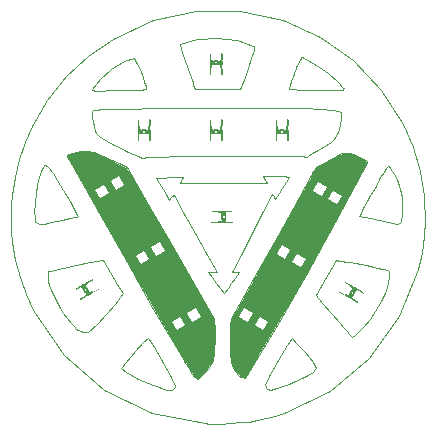
<source format=gbr>
G04 #@! TF.FileFunction,Legend,Top*
%FSLAX46Y46*%
G04 Gerber Fmt 4.6, Leading zero omitted, Abs format (unit mm)*
G04 Created by KiCad (PCBNEW (2016-05-06 BZR 6776)-stable) date sáb 02 jul 2016 17:41:08 CEST*
%MOMM*%
%LPD*%
G01*
G04 APERTURE LIST*
%ADD10C,0.100000*%
%ADD11C,0.150000*%
%ADD12C,0.254000*%
%ADD13R,0.848360X0.848360*%
G04 APERTURE END LIST*
D10*
D11*
X150309580Y-94546420D02*
X150309580Y-95445580D01*
X150309580Y-95445580D02*
X150708360Y-95445580D01*
X150708360Y-94546420D02*
X150708360Y-95445580D01*
X150309580Y-94546420D02*
X150708360Y-94546420D01*
X149011640Y-94546420D02*
X149011640Y-95445580D01*
X149011640Y-95445580D02*
X149410420Y-95445580D01*
X149410420Y-94546420D02*
X149410420Y-95445580D01*
X149011640Y-94546420D02*
X149410420Y-94546420D01*
X149860000Y-94546420D02*
X149860000Y-94696280D01*
X149860000Y-94696280D02*
X150159720Y-94696280D01*
X150159720Y-94546420D02*
X150159720Y-94696280D01*
X149860000Y-94546420D02*
X150159720Y-94546420D01*
X149860000Y-95295720D02*
X149860000Y-95445580D01*
X149860000Y-95445580D02*
X150159720Y-95445580D01*
X150159720Y-95295720D02*
X150159720Y-95445580D01*
X149860000Y-95295720D02*
X150159720Y-95295720D01*
X149860000Y-94846140D02*
X149860000Y-95145860D01*
X149860000Y-95145860D02*
X150159720Y-95145860D01*
X150159720Y-94846140D02*
X150159720Y-95145860D01*
X149860000Y-94846140D02*
X150159720Y-94846140D01*
X150309580Y-94597220D02*
X149410420Y-94597220D01*
X150309580Y-95394780D02*
X149410420Y-95394780D01*
X138252742Y-101706138D02*
X137803162Y-100927442D01*
X137803162Y-100927442D02*
X137457809Y-101126832D01*
X137907389Y-101905528D02*
X137457809Y-101126832D01*
X138252742Y-101706138D02*
X137907389Y-101905528D01*
X139376791Y-101057168D02*
X138927211Y-100278472D01*
X138927211Y-100278472D02*
X138581858Y-100477862D01*
X139031438Y-101256558D02*
X138581858Y-100477862D01*
X139376791Y-101057168D02*
X139031438Y-101256558D01*
X138642090Y-101481348D02*
X138567160Y-101351565D01*
X138567160Y-101351565D02*
X138307595Y-101501425D01*
X138382525Y-101631208D02*
X138307595Y-101501425D01*
X138642090Y-101481348D02*
X138382525Y-101631208D01*
X138267440Y-100832435D02*
X138192510Y-100702652D01*
X138192510Y-100702652D02*
X137932945Y-100852512D01*
X138007875Y-100982295D02*
X137932945Y-100852512D01*
X138267440Y-100832435D02*
X138007875Y-100982295D01*
X138492230Y-101221783D02*
X138342370Y-100962217D01*
X138342370Y-100962217D02*
X138082805Y-101112077D01*
X138232665Y-101371643D02*
X138082805Y-101112077D01*
X138492230Y-101221783D02*
X138232665Y-101371643D01*
X138227342Y-101662144D02*
X139006038Y-101212564D01*
X137828562Y-100971436D02*
X138607258Y-100521856D01*
X148902420Y-81592420D02*
X149801580Y-81592420D01*
X149801580Y-81592420D02*
X149801580Y-81193640D01*
X148902420Y-81193640D02*
X149801580Y-81193640D01*
X148902420Y-81592420D02*
X148902420Y-81193640D01*
X148902420Y-82890360D02*
X149801580Y-82890360D01*
X149801580Y-82890360D02*
X149801580Y-82491580D01*
X148902420Y-82491580D02*
X149801580Y-82491580D01*
X148902420Y-82890360D02*
X148902420Y-82491580D01*
X148902420Y-82042000D02*
X149052280Y-82042000D01*
X149052280Y-82042000D02*
X149052280Y-81742280D01*
X148902420Y-81742280D02*
X149052280Y-81742280D01*
X148902420Y-82042000D02*
X148902420Y-81742280D01*
X149651720Y-82042000D02*
X149801580Y-82042000D01*
X149801580Y-82042000D02*
X149801580Y-81742280D01*
X149651720Y-81742280D02*
X149801580Y-81742280D01*
X149651720Y-82042000D02*
X149651720Y-81742280D01*
X149202140Y-82042000D02*
X149501860Y-82042000D01*
X149501860Y-82042000D02*
X149501860Y-81742280D01*
X149202140Y-81742280D02*
X149501860Y-81742280D01*
X149202140Y-82042000D02*
X149202140Y-81742280D01*
X148953220Y-81592420D02*
X148953220Y-82491580D01*
X149750780Y-81592420D02*
X149750780Y-82491580D01*
X161396138Y-101181442D02*
X160946558Y-101960138D01*
X160946558Y-101960138D02*
X161291911Y-102159528D01*
X161741491Y-101380832D02*
X161291911Y-102159528D01*
X161396138Y-101181442D02*
X161741491Y-101380832D01*
X160272089Y-100532472D02*
X159822509Y-101311168D01*
X159822509Y-101311168D02*
X160167862Y-101510558D01*
X160617442Y-100731862D02*
X160167862Y-101510558D01*
X160272089Y-100532472D02*
X160617442Y-100731862D01*
X161006790Y-100956652D02*
X160931860Y-101086435D01*
X160931860Y-101086435D02*
X161191425Y-101236295D01*
X161266355Y-101106512D02*
X161191425Y-101236295D01*
X161006790Y-100956652D02*
X161266355Y-101106512D01*
X160632140Y-101605565D02*
X160557210Y-101735348D01*
X160557210Y-101735348D02*
X160816775Y-101885208D01*
X160891705Y-101755425D02*
X160816775Y-101885208D01*
X160632140Y-101605565D02*
X160891705Y-101755425D01*
X160856930Y-101216217D02*
X160707070Y-101475783D01*
X160707070Y-101475783D02*
X160966635Y-101625643D01*
X161116495Y-101366077D02*
X160966635Y-101625643D01*
X160856930Y-101216217D02*
X161116495Y-101366077D01*
X161370738Y-101225436D02*
X160592042Y-100775856D01*
X160971958Y-101916144D02*
X160193262Y-101466564D01*
X140513471Y-91841862D02*
X140963051Y-92620558D01*
X140963051Y-92620558D02*
X141308404Y-92421168D01*
X140858824Y-91642472D02*
X141308404Y-92421168D01*
X140513471Y-91841862D02*
X140858824Y-91642472D01*
X139389422Y-92490832D02*
X139839002Y-93269528D01*
X139839002Y-93269528D02*
X140184355Y-93070138D01*
X139734775Y-92291442D02*
X140184355Y-93070138D01*
X139389422Y-92490832D02*
X139734775Y-92291442D01*
X140124123Y-92066652D02*
X140199053Y-92196435D01*
X140199053Y-92196435D02*
X140458618Y-92046575D01*
X140383688Y-91916792D02*
X140458618Y-92046575D01*
X140124123Y-92066652D02*
X140383688Y-91916792D01*
X140498773Y-92715565D02*
X140573703Y-92845348D01*
X140573703Y-92845348D02*
X140833268Y-92695488D01*
X140758338Y-92565705D02*
X140833268Y-92695488D01*
X140498773Y-92715565D02*
X140758338Y-92565705D01*
X140273983Y-92326217D02*
X140423843Y-92585783D01*
X140423843Y-92585783D02*
X140683408Y-92435923D01*
X140533548Y-92176357D02*
X140683408Y-92435923D01*
X140273983Y-92326217D02*
X140533548Y-92176357D01*
X140538871Y-91885856D02*
X139760175Y-92335436D01*
X140937651Y-92576564D02*
X140158955Y-93026144D01*
X143928558Y-97429862D02*
X144378138Y-98208558D01*
X144378138Y-98208558D02*
X144723491Y-98009168D01*
X144273911Y-97230472D02*
X144723491Y-98009168D01*
X143928558Y-97429862D02*
X144273911Y-97230472D01*
X142804509Y-98078832D02*
X143254089Y-98857528D01*
X143254089Y-98857528D02*
X143599442Y-98658138D01*
X143149862Y-97879442D02*
X143599442Y-98658138D01*
X142804509Y-98078832D02*
X143149862Y-97879442D01*
X143539210Y-97654652D02*
X143614140Y-97784435D01*
X143614140Y-97784435D02*
X143873705Y-97634575D01*
X143798775Y-97504792D02*
X143873705Y-97634575D01*
X143539210Y-97654652D02*
X143798775Y-97504792D01*
X143913860Y-98303565D02*
X143988790Y-98433348D01*
X143988790Y-98433348D02*
X144248355Y-98283488D01*
X144173425Y-98153705D02*
X144248355Y-98283488D01*
X143913860Y-98303565D02*
X144173425Y-98153705D01*
X143689070Y-97914217D02*
X143838930Y-98173783D01*
X143838930Y-98173783D02*
X144098495Y-98023923D01*
X143948635Y-97764357D02*
X144098495Y-98023923D01*
X143689070Y-97914217D02*
X143948635Y-97764357D01*
X143953958Y-97473856D02*
X143175262Y-97923436D01*
X144352738Y-98164564D02*
X143574042Y-98614144D01*
X146976558Y-103017862D02*
X147426138Y-103796558D01*
X147426138Y-103796558D02*
X147771491Y-103597168D01*
X147321911Y-102818472D02*
X147771491Y-103597168D01*
X146976558Y-103017862D02*
X147321911Y-102818472D01*
X145852509Y-103666832D02*
X146302089Y-104445528D01*
X146302089Y-104445528D02*
X146647442Y-104246138D01*
X146197862Y-103467442D02*
X146647442Y-104246138D01*
X145852509Y-103666832D02*
X146197862Y-103467442D01*
X146587210Y-103242652D02*
X146662140Y-103372435D01*
X146662140Y-103372435D02*
X146921705Y-103222575D01*
X146846775Y-103092792D02*
X146921705Y-103222575D01*
X146587210Y-103242652D02*
X146846775Y-103092792D01*
X146961860Y-103891565D02*
X147036790Y-104021348D01*
X147036790Y-104021348D02*
X147296355Y-103871488D01*
X147221425Y-103741705D02*
X147296355Y-103871488D01*
X146961860Y-103891565D02*
X147221425Y-103741705D01*
X146737070Y-103502217D02*
X146886930Y-103761783D01*
X146886930Y-103761783D02*
X147146495Y-103611923D01*
X146996635Y-103352357D02*
X147146495Y-103611923D01*
X146737070Y-103502217D02*
X146996635Y-103352357D01*
X147001958Y-103061856D02*
X146223262Y-103511436D01*
X147400738Y-103752564D02*
X146622042Y-104202144D01*
X151926775Y-103796558D02*
X152376355Y-103017862D01*
X152376355Y-103017862D02*
X152031002Y-102818472D01*
X151581422Y-103597168D02*
X152031002Y-102818472D01*
X151926775Y-103796558D02*
X151581422Y-103597168D01*
X153050824Y-104445528D02*
X153500404Y-103666832D01*
X153500404Y-103666832D02*
X153155051Y-103467442D01*
X152705471Y-104246138D02*
X153155051Y-103467442D01*
X153050824Y-104445528D02*
X152705471Y-104246138D01*
X152316123Y-104021348D02*
X152391053Y-103891565D01*
X152391053Y-103891565D02*
X152131488Y-103741705D01*
X152056558Y-103871488D02*
X152131488Y-103741705D01*
X152316123Y-104021348D02*
X152056558Y-103871488D01*
X152690773Y-103372435D02*
X152765703Y-103242652D01*
X152765703Y-103242652D02*
X152506138Y-103092792D01*
X152431208Y-103222575D02*
X152506138Y-103092792D01*
X152690773Y-103372435D02*
X152431208Y-103222575D01*
X152465983Y-103761783D02*
X152615843Y-103502217D01*
X152615843Y-103502217D02*
X152356278Y-103352357D01*
X152206418Y-103611923D02*
X152356278Y-103352357D01*
X152465983Y-103761783D02*
X152206418Y-103611923D01*
X151952175Y-103752564D02*
X152730871Y-104202144D01*
X152350955Y-103061856D02*
X153129651Y-103511436D01*
X155087862Y-98462558D02*
X155537442Y-97683862D01*
X155537442Y-97683862D02*
X155192089Y-97484472D01*
X154742509Y-98263168D02*
X155192089Y-97484472D01*
X155087862Y-98462558D02*
X154742509Y-98263168D01*
X156211911Y-99111528D02*
X156661491Y-98332832D01*
X156661491Y-98332832D02*
X156316138Y-98133442D01*
X155866558Y-98912138D02*
X156316138Y-98133442D01*
X156211911Y-99111528D02*
X155866558Y-98912138D01*
X155477210Y-98687348D02*
X155552140Y-98557565D01*
X155552140Y-98557565D02*
X155292575Y-98407705D01*
X155217645Y-98537488D02*
X155292575Y-98407705D01*
X155477210Y-98687348D02*
X155217645Y-98537488D01*
X155851860Y-98038435D02*
X155926790Y-97908652D01*
X155926790Y-97908652D02*
X155667225Y-97758792D01*
X155592295Y-97888575D02*
X155667225Y-97758792D01*
X155851860Y-98038435D02*
X155592295Y-97888575D01*
X155627070Y-98427783D02*
X155776930Y-98168217D01*
X155776930Y-98168217D02*
X155517365Y-98018357D01*
X155367505Y-98277923D02*
X155517365Y-98018357D01*
X155627070Y-98427783D02*
X155367505Y-98277923D01*
X155113262Y-98418564D02*
X155891958Y-98868144D01*
X155512042Y-97727856D02*
X156290738Y-98177436D01*
X158148562Y-93128558D02*
X158598142Y-92349862D01*
X158598142Y-92349862D02*
X158252789Y-92150472D01*
X157803209Y-92929168D02*
X158252789Y-92150472D01*
X158148562Y-93128558D02*
X157803209Y-92929168D01*
X159272611Y-93777528D02*
X159722191Y-92998832D01*
X159722191Y-92998832D02*
X159376838Y-92799442D01*
X158927258Y-93578138D02*
X159376838Y-92799442D01*
X159272611Y-93777528D02*
X158927258Y-93578138D01*
X158537910Y-93353348D02*
X158612840Y-93223565D01*
X158612840Y-93223565D02*
X158353275Y-93073705D01*
X158278345Y-93203488D02*
X158353275Y-93073705D01*
X158537910Y-93353348D02*
X158278345Y-93203488D01*
X158912560Y-92704435D02*
X158987490Y-92574652D01*
X158987490Y-92574652D02*
X158727925Y-92424792D01*
X158652995Y-92554575D02*
X158727925Y-92424792D01*
X158912560Y-92704435D02*
X158652995Y-92554575D01*
X158687770Y-93093783D02*
X158837630Y-92834217D01*
X158837630Y-92834217D02*
X158578065Y-92684357D01*
X158428205Y-92943923D02*
X158578065Y-92684357D01*
X158687770Y-93093783D02*
X158428205Y-92943923D01*
X158173962Y-93084564D02*
X158952658Y-93534144D01*
X158572742Y-92393856D02*
X159351438Y-92843436D01*
X155389580Y-88079580D02*
X154490420Y-88079580D01*
X154490420Y-88079580D02*
X154490420Y-88478360D01*
X155389580Y-88478360D02*
X154490420Y-88478360D01*
X155389580Y-88079580D02*
X155389580Y-88478360D01*
X155389580Y-86781640D02*
X154490420Y-86781640D01*
X154490420Y-86781640D02*
X154490420Y-87180420D01*
X155389580Y-87180420D02*
X154490420Y-87180420D01*
X155389580Y-86781640D02*
X155389580Y-87180420D01*
X155389580Y-87630000D02*
X155239720Y-87630000D01*
X155239720Y-87630000D02*
X155239720Y-87929720D01*
X155389580Y-87929720D02*
X155239720Y-87929720D01*
X155389580Y-87630000D02*
X155389580Y-87929720D01*
X154640280Y-87630000D02*
X154490420Y-87630000D01*
X154490420Y-87630000D02*
X154490420Y-87929720D01*
X154640280Y-87929720D02*
X154490420Y-87929720D01*
X154640280Y-87630000D02*
X154640280Y-87929720D01*
X155089860Y-87630000D02*
X154790140Y-87630000D01*
X154790140Y-87630000D02*
X154790140Y-87929720D01*
X155089860Y-87929720D02*
X154790140Y-87929720D01*
X155089860Y-87630000D02*
X155089860Y-87929720D01*
X155338780Y-88079580D02*
X155338780Y-87180420D01*
X154541220Y-88079580D02*
X154541220Y-87180420D01*
X149801580Y-88079580D02*
X148902420Y-88079580D01*
X148902420Y-88079580D02*
X148902420Y-88478360D01*
X149801580Y-88478360D02*
X148902420Y-88478360D01*
X149801580Y-88079580D02*
X149801580Y-88478360D01*
X149801580Y-86781640D02*
X148902420Y-86781640D01*
X148902420Y-86781640D02*
X148902420Y-87180420D01*
X149801580Y-87180420D02*
X148902420Y-87180420D01*
X149801580Y-86781640D02*
X149801580Y-87180420D01*
X149801580Y-87630000D02*
X149651720Y-87630000D01*
X149651720Y-87630000D02*
X149651720Y-87929720D01*
X149801580Y-87929720D02*
X149651720Y-87929720D01*
X149801580Y-87630000D02*
X149801580Y-87929720D01*
X149052280Y-87630000D02*
X148902420Y-87630000D01*
X148902420Y-87630000D02*
X148902420Y-87929720D01*
X149052280Y-87929720D02*
X148902420Y-87929720D01*
X149052280Y-87630000D02*
X149052280Y-87929720D01*
X149501860Y-87630000D02*
X149202140Y-87630000D01*
X149202140Y-87630000D02*
X149202140Y-87929720D01*
X149501860Y-87929720D02*
X149202140Y-87929720D01*
X149501860Y-87630000D02*
X149501860Y-87929720D01*
X149750780Y-88079580D02*
X149750780Y-87180420D01*
X148953220Y-88079580D02*
X148953220Y-87180420D01*
X143705580Y-88079580D02*
X142806420Y-88079580D01*
X142806420Y-88079580D02*
X142806420Y-88478360D01*
X143705580Y-88478360D02*
X142806420Y-88478360D01*
X143705580Y-88079580D02*
X143705580Y-88478360D01*
X143705580Y-86781640D02*
X142806420Y-86781640D01*
X142806420Y-86781640D02*
X142806420Y-87180420D01*
X143705580Y-87180420D02*
X142806420Y-87180420D01*
X143705580Y-86781640D02*
X143705580Y-87180420D01*
X143705580Y-87630000D02*
X143555720Y-87630000D01*
X143555720Y-87630000D02*
X143555720Y-87929720D01*
X143705580Y-87929720D02*
X143555720Y-87929720D01*
X143705580Y-87630000D02*
X143705580Y-87929720D01*
X142956280Y-87630000D02*
X142806420Y-87630000D01*
X142806420Y-87630000D02*
X142806420Y-87929720D01*
X142956280Y-87929720D02*
X142806420Y-87929720D01*
X142956280Y-87630000D02*
X142956280Y-87929720D01*
X143405860Y-87630000D02*
X143106140Y-87630000D01*
X143106140Y-87630000D02*
X143106140Y-87929720D01*
X143405860Y-87929720D02*
X143106140Y-87929720D01*
X143405860Y-87630000D02*
X143405860Y-87929720D01*
X143654780Y-88079580D02*
X143654780Y-87180420D01*
X142857220Y-88079580D02*
X142857220Y-87180420D01*
D10*
X158200000Y-100850000D02*
X157777797Y-101602656D01*
X157777797Y-101602656D02*
X157956377Y-101819680D01*
X157956377Y-101819680D02*
X158423775Y-102379624D01*
X158423775Y-102379624D02*
X159077464Y-103145824D01*
X159077464Y-103145824D02*
X159814928Y-103981608D01*
X155772576Y-94370936D02*
X154131521Y-97288424D01*
X154131521Y-97288424D02*
X152490467Y-100205920D01*
X152490467Y-100205920D02*
X150849412Y-103123416D01*
X150849412Y-103123416D02*
X150631955Y-103599568D01*
X155826664Y-84174489D02*
X156562123Y-84209945D01*
X156562123Y-84209945D02*
X157596408Y-84239713D01*
X157596408Y-84239713D02*
X158791711Y-84258729D01*
X158791711Y-84258729D02*
X159451331Y-84263529D01*
X159451331Y-84263529D02*
X159814348Y-84259929D01*
X159814348Y-84259929D02*
X159982630Y-84245521D01*
X159982630Y-84245521D02*
X160058038Y-84217833D01*
X160058038Y-84217833D02*
X160106166Y-84182137D01*
X164956621Y-95421118D02*
X164956616Y-95421118D01*
X164956616Y-95421118D02*
X164956608Y-95421118D01*
X164956608Y-95421118D02*
X164956668Y-95421344D01*
X164956668Y-95421344D02*
X164956668Y-95421344D01*
X147351964Y-108345802D02*
X147403604Y-108433930D01*
X147403604Y-108433930D02*
X147518554Y-108560434D01*
X147518554Y-108560434D02*
X147622476Y-108645634D01*
X147622476Y-108645634D02*
X147713917Y-108687714D01*
X147713917Y-108687714D02*
X147791444Y-108685024D01*
X134065561Y-92941984D02*
X133992450Y-93762179D01*
X133992450Y-93762179D02*
X133964470Y-94553499D01*
X133964470Y-94553499D02*
X133969038Y-94957939D01*
X133969038Y-94957939D02*
X133981240Y-95216011D01*
X133981240Y-95216011D02*
X134000245Y-95363635D01*
X134000245Y-95363635D02*
X134025221Y-95436755D01*
X134025221Y-95436755D02*
X134396446Y-95550347D01*
X154587332Y-107111128D02*
X153850720Y-108448920D01*
X153850720Y-108448920D02*
X153520764Y-109171848D01*
X153520764Y-109171848D02*
X153544172Y-109294336D01*
X165061508Y-94914544D02*
X165084364Y-94649336D01*
X165084364Y-94649336D02*
X165101036Y-94345008D01*
X165101036Y-94345008D02*
X165103276Y-94182880D01*
X165103276Y-94182880D02*
X165097756Y-94075240D01*
X165097756Y-94075240D02*
X165091116Y-93934416D01*
X165091116Y-93934416D02*
X165083676Y-93754152D01*
X165083676Y-93754152D02*
X165072292Y-93581832D01*
X145093167Y-93051556D02*
X145375011Y-93517164D01*
X145375011Y-93517164D02*
X145465762Y-93410285D01*
X145465762Y-93410285D02*
X145556512Y-93303406D01*
X145556512Y-93303406D02*
X145647264Y-93196531D01*
X145647264Y-93196531D02*
X145738015Y-93089654D01*
X145738015Y-93089654D02*
X146667108Y-94724148D01*
X148747222Y-112479166D02*
X148430944Y-112460344D01*
X148430944Y-112460344D02*
X148430944Y-112460344D01*
X145774316Y-109478840D02*
X145824372Y-109413400D01*
X134396446Y-95550347D02*
X134788452Y-95537147D01*
X134788452Y-95537147D02*
X135138164Y-95466187D01*
X135138164Y-95466187D02*
X135382505Y-95406464D01*
X135382505Y-95406464D02*
X135382505Y-95406464D01*
X166606606Y-91116910D02*
X166937891Y-93233761D01*
X166937891Y-93233761D02*
X167011907Y-95405982D01*
X167011907Y-95405982D02*
X166961907Y-96467214D01*
X166961907Y-96467214D02*
X166863154Y-97429126D01*
X166863154Y-97429126D02*
X166705641Y-98365822D01*
X166705641Y-98365822D02*
X166479367Y-99351398D01*
X146661708Y-107203610D02*
X146746562Y-107342922D01*
X146746562Y-107342922D02*
X146846540Y-107506938D01*
X146846540Y-107506938D02*
X146950260Y-107676986D01*
X146950260Y-107676986D02*
X147011956Y-107778098D01*
X147011956Y-107778098D02*
X147073652Y-107879210D01*
X162142164Y-93611046D02*
X161889630Y-94084878D01*
X161889630Y-94084878D02*
X161730324Y-94391726D01*
X161730324Y-94391726D02*
X161599867Y-94653118D01*
X161599867Y-94653118D02*
X161511716Y-94841382D01*
X161511716Y-94841382D02*
X161479340Y-94928814D01*
X161479340Y-94928814D02*
X162345159Y-95110982D01*
X162345159Y-95110982D02*
X163158119Y-95280550D01*
X145713196Y-109542440D02*
X145713196Y-109542440D01*
X154481580Y-109477880D02*
X155022100Y-109302208D01*
X155022100Y-109302208D02*
X155520251Y-109113064D01*
X139004643Y-87289991D02*
X139096681Y-87680587D01*
X139096681Y-87680587D02*
X139149417Y-87851031D01*
X139149417Y-87851031D02*
X139233265Y-87979530D01*
X139233265Y-87979530D02*
X139391401Y-88112794D01*
X139391401Y-88112794D02*
X139667005Y-88297534D01*
X139667005Y-88297534D02*
X140071996Y-88530918D01*
X140071996Y-88530918D02*
X140696545Y-88871667D01*
X140696545Y-88871667D02*
X141269856Y-89179204D01*
X151277616Y-99659696D02*
X151121653Y-99661296D01*
X151121653Y-99661296D02*
X150965692Y-99662896D01*
X150965692Y-99662896D02*
X150809730Y-99664496D01*
X151476310Y-83938346D02*
X151557481Y-83742578D01*
X151557481Y-83742578D02*
X151631489Y-83550762D01*
X151631489Y-83550762D02*
X151697313Y-83375448D01*
X151697313Y-83375448D02*
X152049778Y-82397966D01*
X152049778Y-82397966D02*
X152338481Y-81516710D01*
X152338481Y-81516710D02*
X152523085Y-80862543D01*
X152523085Y-80862543D02*
X152563253Y-80566324D01*
X152563253Y-80566324D02*
X152543445Y-80543156D01*
X152543445Y-80543156D02*
X152516781Y-80524172D01*
X163991651Y-99776496D02*
X163999331Y-99651472D01*
X163999331Y-99651472D02*
X164007011Y-99526448D01*
X164007011Y-99526448D02*
X163910857Y-99502048D01*
X163910857Y-99502048D02*
X163814704Y-99477648D01*
X163814704Y-99477648D02*
X163718547Y-99453248D01*
X153544172Y-109294336D02*
X153603180Y-109423496D01*
X153603180Y-109423496D02*
X153680972Y-109530304D01*
X153680972Y-109530304D02*
X153760708Y-109585744D01*
X133130780Y-88673649D02*
X133746975Y-87262284D01*
X133746975Y-87262284D02*
X135022226Y-85073493D01*
X135022226Y-85073493D02*
X136609413Y-83088150D01*
X148881557Y-99642036D02*
X148690614Y-99646836D01*
X148690614Y-99646836D02*
X149016542Y-100097964D01*
X149016542Y-100097964D02*
X149342471Y-100549100D01*
X149342471Y-100549100D02*
X149668399Y-101000228D01*
X149668399Y-101000228D02*
X149994327Y-101451364D01*
X149994327Y-101451364D02*
X150315148Y-101003804D01*
X150315148Y-101003804D02*
X150635969Y-100556244D01*
X137585063Y-94813768D02*
X137492694Y-94606584D01*
X137492694Y-94606584D02*
X137328367Y-94286640D01*
X137328367Y-94286640D02*
X136948708Y-93610864D01*
X136948708Y-93610864D02*
X136405037Y-92681714D01*
X136405037Y-92681714D02*
X135894759Y-91832323D01*
X135894759Y-91832323D02*
X135615281Y-91395814D01*
X135615281Y-91395814D02*
X135581357Y-91349950D01*
X132046679Y-93092435D02*
X132283149Y-91580094D01*
X132283149Y-91580094D02*
X132643677Y-90110042D01*
X132643677Y-90110042D02*
X133130780Y-88673649D01*
X163601676Y-101439864D02*
X163803502Y-100928304D01*
X163803502Y-100928304D02*
X163921963Y-100476480D01*
X163921963Y-100476480D02*
X163976291Y-100026544D01*
X163976291Y-100026544D02*
X163983971Y-99901520D01*
X163983971Y-99901520D02*
X163991651Y-99776496D01*
X156949568Y-85761184D02*
X156408064Y-85750560D01*
X156408064Y-85750560D02*
X152575972Y-85765280D01*
X152575972Y-85765280D02*
X148743880Y-85780000D01*
X148743880Y-85780000D02*
X144911788Y-85794720D01*
X144911788Y-85794720D02*
X141079696Y-85809440D01*
X141079696Y-85809440D02*
X140929177Y-85812000D01*
X140929177Y-85812000D02*
X140559384Y-85821096D01*
X140559384Y-85821096D02*
X140092964Y-85839600D01*
X155520251Y-109113064D02*
X156029429Y-108888520D01*
X156029429Y-108888520D02*
X156603032Y-108606648D01*
X156603032Y-108606648D02*
X157127876Y-108323888D01*
X143548865Y-105202408D02*
X143167288Y-105542824D01*
X143167288Y-105542824D02*
X142440844Y-106358584D01*
X142440844Y-106358584D02*
X141713224Y-107246912D01*
X160236479Y-89549644D02*
X160044445Y-89582436D01*
X160044445Y-89582436D02*
X159787888Y-89681562D01*
X159787888Y-89681562D02*
X159375649Y-89888772D01*
X141269856Y-89179204D02*
X141521135Y-89312954D01*
X141521135Y-89312954D02*
X141914439Y-89478630D01*
X141914439Y-89478630D02*
X142307743Y-89644305D01*
X142307743Y-89644305D02*
X142701047Y-89809979D01*
X142701047Y-89809979D02*
X143094351Y-89975654D01*
X143094351Y-89975654D02*
X143248588Y-89953502D01*
X143248588Y-89953502D02*
X143402824Y-89931350D01*
X143402824Y-89931350D02*
X143557061Y-89909198D01*
X161213216Y-104862216D02*
X161803776Y-104289096D01*
X161803776Y-104289096D02*
X162332278Y-103653552D01*
X162332278Y-103653552D02*
X162822260Y-102924032D01*
X162822260Y-102924032D02*
X163297253Y-102069000D01*
X163297253Y-102069000D02*
X163601676Y-101439864D01*
X143711295Y-89887020D02*
X146895155Y-89832084D01*
X146895155Y-89832084D02*
X150079436Y-89805700D01*
X136447068Y-106676584D02*
X133838402Y-102871056D01*
X147791444Y-108685024D02*
X147996787Y-108526480D01*
X147996787Y-108526480D02*
X148169572Y-108384176D01*
X148169572Y-108384176D02*
X148337752Y-108225416D01*
X154187128Y-109564944D02*
X154481580Y-109477880D01*
X154481580Y-109477880D02*
X154481580Y-109477880D01*
X150519793Y-106021896D02*
X150553897Y-106675960D01*
X150553897Y-106675960D02*
X150593257Y-107110296D01*
X150593257Y-107110296D02*
X150634953Y-107309296D01*
X150634953Y-107309296D02*
X150671945Y-107398520D01*
X148101912Y-92093007D02*
X146260874Y-92093194D01*
X146260874Y-92093194D02*
X146335282Y-91972354D01*
X146335282Y-91972354D02*
X146409690Y-91851514D01*
X146409690Y-91851514D02*
X146484098Y-91730671D01*
X146484098Y-91730671D02*
X146558506Y-91609834D01*
X146558506Y-91609834D02*
X145980788Y-91621050D01*
X150631955Y-103599568D02*
X150525009Y-104119104D01*
X150525009Y-104119104D02*
X150491377Y-104650880D01*
X150491377Y-104650880D02*
X150493857Y-105163752D01*
X150493857Y-105163752D02*
X150519793Y-106021896D01*
X165072292Y-93581832D02*
X165058388Y-93410168D01*
X165058388Y-93410168D02*
X165043388Y-93231887D01*
X165043388Y-93231887D02*
X165018644Y-93041385D01*
X165018644Y-93041385D02*
X164983460Y-92855149D01*
X164983460Y-92855149D02*
X164951092Y-92699014D01*
X164951092Y-92699014D02*
X164934820Y-92598812D01*
X164934820Y-92598812D02*
X164860380Y-92330554D01*
X157807620Y-90789027D02*
X157715384Y-90884486D01*
X157715384Y-90884486D02*
X157623146Y-90979945D01*
X157623146Y-90979945D02*
X157530911Y-91075403D01*
X157530911Y-91075403D02*
X157501591Y-91169913D01*
X151318590Y-108413368D02*
X151458632Y-108516104D01*
X151458632Y-108516104D02*
X151600688Y-108573544D01*
X151600688Y-108573544D02*
X151771129Y-108613784D01*
X151771129Y-108613784D02*
X154395508Y-104262488D01*
X159375649Y-89888772D02*
X158716574Y-90245822D01*
X158716574Y-90245822D02*
X158441781Y-90396515D01*
X158441781Y-90396515D02*
X158177390Y-90541458D01*
X136742144Y-89744454D02*
X136721410Y-89760222D01*
X136721410Y-89760222D02*
X136702634Y-89777006D01*
X136702634Y-89777006D02*
X136687599Y-89799718D01*
X136687599Y-89799718D02*
X136678089Y-89833294D01*
X143929205Y-111593368D02*
X139872624Y-109624736D01*
X150635969Y-100556244D02*
X150956792Y-100108684D01*
X150956792Y-100108684D02*
X151277616Y-99659696D01*
X151277616Y-99659696D02*
X151277616Y-99659696D01*
X143374405Y-83892068D02*
X143278103Y-83589314D01*
X143278103Y-83589314D02*
X143121747Y-83153186D01*
X143121747Y-83153186D02*
X142866359Y-82483542D01*
X142866359Y-82483542D02*
X142667787Y-82013473D01*
X142667787Y-82013473D02*
X142513037Y-81714705D01*
X142513037Y-81714705D02*
X142389120Y-81558972D01*
X142389120Y-81558972D02*
X141548950Y-81777678D01*
X141548950Y-81777678D02*
X140486081Y-82431077D01*
X149448347Y-84145630D02*
X150181090Y-84143630D01*
X150181090Y-84143630D02*
X150787620Y-84139150D01*
X150787620Y-84139150D02*
X151209679Y-84132830D01*
X151209679Y-84132830D02*
X151389005Y-84125510D01*
X151389005Y-84125510D02*
X151389005Y-84125510D01*
X159360117Y-88353775D02*
X159635738Y-87816309D01*
X159635738Y-87816309D02*
X159803456Y-87186277D01*
X159803456Y-87186277D02*
X159892080Y-86576978D01*
X159892080Y-86576978D02*
X159930440Y-86101698D01*
X159930440Y-86101698D02*
X159353473Y-85914109D01*
X159353473Y-85914109D02*
X158145608Y-85808152D01*
X158145608Y-85808152D02*
X156949568Y-85761184D01*
X135756611Y-101975344D02*
X136080126Y-102558488D01*
X136080126Y-102558488D02*
X136421763Y-103122256D01*
X136421763Y-103122256D02*
X136717690Y-103556584D01*
X136717690Y-103556584D02*
X137040466Y-103958224D01*
X137040466Y-103958224D02*
X137313057Y-104256432D01*
X150671945Y-107398520D02*
X150721193Y-107533080D01*
X150721193Y-107533080D02*
X150787489Y-107690256D01*
X150787489Y-107690256D02*
X150875622Y-107847320D01*
X150875622Y-107847320D02*
X150963844Y-107989424D01*
X164860380Y-92330554D02*
X164774524Y-92064634D01*
X164774524Y-92064634D02*
X164680419Y-91817234D01*
X164680419Y-91817234D02*
X164581240Y-91604540D01*
X164581240Y-91604540D02*
X164433403Y-91319466D01*
X164433403Y-91319466D02*
X164268807Y-91069020D01*
X164268807Y-91069020D02*
X164101903Y-90856767D01*
X164101903Y-90856767D02*
X163947133Y-90686275D01*
X150963844Y-107989424D02*
X151039596Y-108093952D01*
X151039596Y-108093952D02*
X151103004Y-108172672D01*
X151103004Y-108172672D02*
X151154188Y-108237232D01*
X151154188Y-108237232D02*
X151318590Y-108413368D01*
X139504325Y-84279978D02*
X140448233Y-84266162D01*
X140448233Y-84266162D02*
X142178169Y-84231979D01*
X142178169Y-84231979D02*
X142178169Y-84231979D01*
X163947133Y-90686275D02*
X163867733Y-90697235D01*
X163867733Y-90697235D02*
X163726857Y-90851663D01*
X163726857Y-90851663D02*
X163522896Y-91154753D01*
X163522896Y-91154753D02*
X163254233Y-91611700D01*
X163254233Y-91611700D02*
X162757071Y-92496597D01*
X162757071Y-92496597D02*
X162408846Y-93122330D01*
X162408846Y-93122330D02*
X162142164Y-93611046D01*
X133838402Y-102871056D02*
X133215591Y-101503600D01*
X133215591Y-101503600D02*
X132715340Y-100083040D01*
X152516781Y-80524172D02*
X152486757Y-80511348D01*
X152486757Y-80511348D02*
X152456861Y-80506628D01*
X152456861Y-80506628D02*
X151085212Y-79996859D01*
X151085212Y-79996859D02*
X149420546Y-79811321D01*
X149420546Y-79811321D02*
X147728159Y-79941894D01*
X147728159Y-79941894D02*
X146273350Y-80380451D01*
X146273350Y-80380451D02*
X146358793Y-80731789D01*
X146358793Y-80731789D02*
X146611720Y-81524290D01*
X146611720Y-81524290D02*
X146945565Y-82497470D01*
X142695651Y-108678640D02*
X143972537Y-109223208D01*
X143972537Y-109223208D02*
X145161122Y-109611624D01*
X145161122Y-109611624D02*
X145378072Y-109661304D01*
X150079436Y-89805700D02*
X153263870Y-89800980D01*
X153263870Y-89800980D02*
X156448180Y-89811180D01*
X156448180Y-89811180D02*
X156586220Y-89828748D01*
X156586220Y-89828748D02*
X156724262Y-89846324D01*
X156724262Y-89846324D02*
X156862301Y-89863892D01*
X156862301Y-89863892D02*
X157000340Y-89881468D01*
X157000340Y-89881468D02*
X157124505Y-89809124D01*
X136678089Y-89833294D02*
X139329376Y-94447154D01*
X139329376Y-94447154D02*
X141686195Y-98631778D01*
X141686195Y-98631778D02*
X144020280Y-102735754D01*
X144020280Y-102735754D02*
X146603364Y-107107690D01*
X146603364Y-107107690D02*
X146661708Y-107203610D01*
X159757148Y-98673632D02*
X159575026Y-98641712D01*
X159575026Y-98641712D02*
X159492919Y-98626592D01*
X159492919Y-98626592D02*
X159058561Y-99360936D01*
X159058561Y-99360936D02*
X158627258Y-100102416D01*
X158627258Y-100102416D02*
X158200000Y-100850000D01*
X160760412Y-105038064D02*
X160806948Y-105082224D01*
X160806948Y-105082224D02*
X160845996Y-105112064D01*
X160845996Y-105112064D02*
X160872300Y-105123024D01*
X160872300Y-105123024D02*
X160912828Y-105102464D01*
X160912828Y-105102464D02*
X160990636Y-105046464D01*
X136609413Y-83088150D02*
X138473506Y-81344101D01*
X138473506Y-81344101D02*
X140579478Y-79879197D01*
X140579478Y-79879197D02*
X143978616Y-78336895D01*
X157127876Y-108323888D02*
X157516025Y-108081584D01*
X157516025Y-108081584D02*
X157756770Y-107887176D01*
X157756770Y-107887176D02*
X157839396Y-107748104D01*
X150809730Y-99664496D02*
X150653768Y-99666096D01*
X150653768Y-99666096D02*
X151505659Y-97999448D01*
X151505659Y-97999448D02*
X152357550Y-96332800D01*
X152357550Y-96332800D02*
X153209442Y-94666152D01*
X153209442Y-94666152D02*
X154061333Y-92999510D01*
X154061333Y-92999510D02*
X154135725Y-93105950D01*
X156545856Y-81431285D02*
X156489968Y-81549057D01*
X156489968Y-81549057D02*
X156434080Y-81666826D01*
X156434080Y-81666826D02*
X156378192Y-81784594D01*
X156378192Y-81784594D02*
X156322304Y-81902366D01*
X156322304Y-81902366D02*
X156231523Y-82098036D01*
X156231523Y-82098036D02*
X156149597Y-82282562D01*
X156149597Y-82282562D02*
X156085517Y-82435186D01*
X156085517Y-82435186D02*
X156048277Y-82535136D01*
X156048277Y-82535136D02*
X156018381Y-82624694D01*
X153760708Y-109585744D02*
X153881087Y-109610464D01*
X153881087Y-109610464D02*
X154005096Y-109606464D01*
X154005096Y-109606464D02*
X154187128Y-109564944D01*
X135581357Y-91349950D02*
X135526644Y-91270686D01*
X135526644Y-91270686D02*
X135458695Y-91169155D01*
X135458695Y-91169155D02*
X135385065Y-91056489D01*
X135385065Y-91056489D02*
X135300591Y-90939940D01*
X135300591Y-90939940D02*
X135203114Y-90827833D01*
X135203114Y-90827833D02*
X135104701Y-90732917D01*
X135104701Y-90732917D02*
X135017412Y-90667941D01*
X140486081Y-82431077D02*
X139486805Y-83293940D01*
X139486805Y-83293940D02*
X138837412Y-84141050D01*
X138837412Y-84141050D02*
X138838428Y-84191706D01*
X138838428Y-84191706D02*
X138853743Y-84229322D01*
X138853743Y-84229322D02*
X138887881Y-84254890D01*
X138887881Y-84254890D02*
X138945370Y-84269354D01*
X138945370Y-84269354D02*
X139089137Y-84279098D01*
X139089137Y-84279098D02*
X139504325Y-84279978D01*
X135084370Y-99978664D02*
X135129033Y-100372608D01*
X135129033Y-100372608D02*
X135227294Y-100754640D01*
X135227294Y-100754640D02*
X135361763Y-101124752D01*
X135361763Y-101124752D02*
X135515047Y-101482880D01*
X135515047Y-101482880D02*
X135756611Y-101975344D01*
X146945565Y-82497470D02*
X147273770Y-83390856D01*
X147273770Y-83390856D02*
X147346850Y-83579796D01*
X147346850Y-83579796D02*
X147419930Y-83768736D01*
X147419930Y-83768736D02*
X147493010Y-83957675D01*
X147493010Y-83957675D02*
X147566090Y-84146615D01*
X147566090Y-84146615D02*
X148036654Y-84146370D01*
X148036654Y-84146370D02*
X148507219Y-84146124D01*
X148507219Y-84146124D02*
X148977783Y-84145875D01*
X148977783Y-84145875D02*
X149448347Y-84145630D01*
X157124505Y-89809124D02*
X157248665Y-89736780D01*
X157248665Y-89736780D02*
X157372830Y-89664436D01*
X157372830Y-89664436D02*
X157496989Y-89592092D01*
X157496989Y-89592092D02*
X157775226Y-89415549D01*
X157775226Y-89415549D02*
X158394215Y-89018116D01*
X158394215Y-89018116D02*
X159030372Y-88598091D01*
X159030372Y-88598091D02*
X159360117Y-88353775D01*
X139947913Y-89866813D02*
X139007247Y-89497818D01*
X139007247Y-89497818D02*
X138379458Y-89357962D01*
X138379458Y-89357962D02*
X137849734Y-89391074D01*
X137849734Y-89391074D02*
X137203263Y-89540974D01*
X145980788Y-91621050D02*
X145403069Y-91632290D01*
X145403069Y-91632290D02*
X144825352Y-91643506D01*
X144825352Y-91643506D02*
X144247633Y-91654746D01*
X144247633Y-91654746D02*
X144529478Y-92120350D01*
X144529478Y-92120350D02*
X144811322Y-92585953D01*
X144811322Y-92585953D02*
X145093167Y-93051556D01*
X164956668Y-95421344D02*
X164994684Y-95318520D01*
X164994684Y-95318520D02*
X165030620Y-95143592D01*
X165030620Y-95143592D02*
X165061508Y-94914544D01*
X149294666Y-112516126D02*
X149207426Y-112508926D01*
X149207426Y-112508926D02*
X149015497Y-112496046D01*
X149015497Y-112496046D02*
X148747222Y-112479166D01*
X136375837Y-99280232D02*
X135239789Y-99534968D01*
X135239789Y-99534968D02*
X135140830Y-99564808D01*
X135140830Y-99564808D02*
X135091232Y-99622168D01*
X135091232Y-99622168D02*
X135077058Y-99746864D01*
X135077058Y-99746864D02*
X135084370Y-99978664D01*
X143948753Y-94440016D02*
X142256306Y-91499762D01*
X142256306Y-91499762D02*
X141767652Y-90793066D01*
X141767652Y-90793066D02*
X141089492Y-90426951D01*
X141089492Y-90426951D02*
X139947913Y-89866813D01*
X160119267Y-84058030D02*
X159662077Y-83528254D01*
X159662077Y-83528254D02*
X158802375Y-82807356D01*
X158802375Y-82807356D02*
X157765319Y-82079150D01*
X157765319Y-82079150D02*
X156776056Y-81527445D01*
X156776056Y-81527445D02*
X156718504Y-81503405D01*
X156718504Y-81503405D02*
X156660960Y-81479365D01*
X156660960Y-81479365D02*
X156603408Y-81455325D01*
X156603408Y-81455325D02*
X156545856Y-81431285D01*
X154395508Y-104262488D02*
X157004504Y-99737824D01*
X157004504Y-99737824D02*
X159495760Y-95246400D01*
X159495760Y-95246400D02*
X161766939Y-90994787D01*
X161766939Y-90994787D02*
X161766939Y-90994787D01*
X140583957Y-100032376D02*
X140120910Y-99248128D01*
X140120910Y-99248128D02*
X139745814Y-98614920D01*
X139745814Y-98614920D02*
X138645369Y-98815936D01*
X138645369Y-98815936D02*
X137516537Y-99039128D01*
X137516537Y-99039128D02*
X136375837Y-99280232D01*
X138256924Y-104732448D02*
X138482889Y-104704928D01*
X138482889Y-104704928D02*
X138482889Y-104704928D01*
X156018381Y-82624694D02*
X155974301Y-82749008D01*
X155974301Y-82749008D02*
X155921973Y-82891641D01*
X155921973Y-82891641D02*
X155867333Y-83036150D01*
X155867333Y-83036150D02*
X155701915Y-83481130D01*
X155701915Y-83481130D02*
X155588056Y-83820082D01*
X155588056Y-83820082D02*
X155528952Y-84042638D01*
X155528952Y-84042638D02*
X155527832Y-84138433D01*
X155527832Y-84138433D02*
X155826664Y-84174489D01*
X147073652Y-107879210D02*
X147135348Y-107980322D01*
X147135348Y-107980322D02*
X147197044Y-108081434D01*
X147197044Y-108081434D02*
X147248684Y-108169554D01*
X147248684Y-108169554D02*
X147300324Y-108257682D01*
X147300324Y-108257682D02*
X147351964Y-108345802D01*
X163718547Y-99453248D02*
X163622393Y-99428848D01*
X163622393Y-99428848D02*
X163460885Y-99388688D01*
X163460885Y-99388688D02*
X163305452Y-99351568D01*
X163305452Y-99351568D02*
X163173775Y-99321568D01*
X163173775Y-99321568D02*
X163083540Y-99302848D01*
X131975686Y-95072480D02*
X131988970Y-93975344D01*
X131988970Y-93975344D02*
X132046679Y-93092435D01*
X143557061Y-89909198D02*
X143711295Y-89887020D01*
X143711295Y-89887020D02*
X143711295Y-89887020D01*
X142178169Y-84231979D02*
X142630720Y-84216667D01*
X142630720Y-84216667D02*
X143012074Y-84194091D01*
X143012074Y-84194091D02*
X143282175Y-84169403D01*
X143282175Y-84169403D02*
X143400965Y-84147763D01*
X143400965Y-84147763D02*
X143414181Y-84074027D01*
X143414181Y-84074027D02*
X143374405Y-83892068D01*
X157501591Y-91169913D02*
X157472271Y-91264420D01*
X157472271Y-91264420D02*
X157442951Y-91358929D01*
X157442951Y-91358929D02*
X157413631Y-91453438D01*
X157413631Y-91453438D02*
X155772576Y-94370936D01*
X140092964Y-85839600D02*
X139652562Y-85870224D01*
X139652562Y-85870224D02*
X139189650Y-85918040D01*
X139189650Y-85918040D02*
X138954810Y-85957544D01*
X138954810Y-85957544D02*
X138859417Y-86009792D01*
X138859417Y-86009792D02*
X138814843Y-86095832D01*
X138814843Y-86095832D02*
X138865391Y-86531624D01*
X138865391Y-86531624D02*
X138928102Y-86918341D01*
X138928102Y-86918341D02*
X139004643Y-87289991D01*
X160990636Y-105046464D02*
X161094533Y-104963576D01*
X161094533Y-104963576D02*
X161213216Y-104862216D01*
X161213216Y-104862216D02*
X161213216Y-104862216D01*
X138482889Y-104704928D02*
X139252561Y-104063184D01*
X148430944Y-112460344D02*
X143929205Y-111593368D01*
X145378072Y-109661304D02*
X145510678Y-109670344D01*
X145510678Y-109670344D02*
X145606524Y-109632664D01*
X145606524Y-109632664D02*
X145713196Y-109542440D01*
X134736000Y-90709565D02*
X134704987Y-90760429D01*
X134704987Y-90760429D02*
X134542835Y-91086609D01*
X134542835Y-91086609D02*
X134432487Y-91349322D01*
X134432487Y-91349322D02*
X134350589Y-91591261D01*
X134350589Y-91591261D02*
X134273791Y-91855121D01*
X134273791Y-91855121D02*
X134165456Y-92252952D01*
X134165456Y-92252952D02*
X134065561Y-92941984D01*
X139252561Y-104063184D02*
X140014156Y-103241096D01*
X140014156Y-103241096D02*
X140745671Y-102329232D01*
X140745671Y-102329232D02*
X141425103Y-101418152D01*
X141425103Y-101418152D02*
X141047755Y-100808704D01*
X141047755Y-100808704D02*
X140583957Y-100032376D01*
X145533886Y-108563016D02*
X144779198Y-107178664D01*
X144779198Y-107178664D02*
X143989780Y-105832568D01*
X143989780Y-105832568D02*
X143548865Y-105202408D01*
X154989592Y-78326318D02*
X158150027Y-79730658D01*
X158150027Y-79730658D02*
X160958843Y-81712487D01*
X160958843Y-81712487D02*
X163332630Y-84199878D01*
X149066599Y-103377784D02*
X149026095Y-103260776D01*
X149026095Y-103260776D02*
X147333648Y-100320520D01*
X147333648Y-100320520D02*
X145641200Y-97380272D01*
X145641200Y-97380272D02*
X143948753Y-94440016D01*
X155246175Y-92024242D02*
X155541932Y-91557234D01*
X155541932Y-91557234D02*
X154976526Y-91553874D01*
X154976526Y-91553874D02*
X154411119Y-91550514D01*
X154411119Y-91550514D02*
X153845712Y-91547154D01*
X153845712Y-91547154D02*
X153280305Y-91543794D01*
X153280305Y-91543794D02*
X153366486Y-91681006D01*
X141713224Y-107246912D02*
X141328122Y-107805016D01*
X141328122Y-107805016D02*
X141693250Y-108148912D01*
X141693250Y-108148912D02*
X142695651Y-108678640D01*
X162032063Y-90180989D02*
X161612193Y-89955474D01*
X161612193Y-89955474D02*
X161155888Y-89749725D01*
X161155888Y-89749725D02*
X160688776Y-89601772D01*
X160688776Y-89601772D02*
X160236479Y-89549644D01*
X149194530Y-106407576D02*
X149256282Y-105268440D01*
X149256282Y-105268440D02*
X149233930Y-104364680D01*
X149233930Y-104364680D02*
X149153290Y-103740104D01*
X149153290Y-103740104D02*
X149066599Y-103377784D01*
X161584214Y-99003632D02*
X161125660Y-98916016D01*
X161125660Y-98916016D02*
X160683674Y-98834352D01*
X160683674Y-98834352D02*
X160313716Y-98769072D01*
X160313716Y-98769072D02*
X160012358Y-98717632D01*
X160012358Y-98717632D02*
X159757148Y-98673632D01*
X163332630Y-84199878D02*
X165187980Y-87120906D01*
X165187980Y-87120906D02*
X166021991Y-89073326D01*
X166021991Y-89073326D02*
X166606606Y-91116910D01*
X161766939Y-90994787D02*
X161996636Y-90576827D01*
X161996636Y-90576827D02*
X162084191Y-90348050D01*
X162084191Y-90348050D02*
X162079391Y-90239189D01*
X162079391Y-90239189D02*
X162032063Y-90180989D01*
X156145862Y-105621584D02*
X155760999Y-105250656D01*
X155760999Y-105250656D02*
X155350719Y-105823400D01*
X155350719Y-105823400D02*
X154587332Y-107111128D01*
X143978616Y-78336895D02*
X147610496Y-77553511D01*
X147610496Y-77553511D02*
X151329396Y-77544751D01*
X151329396Y-77544751D02*
X154989592Y-78326318D01*
X145713196Y-109542440D02*
X145774316Y-109478840D01*
X148337752Y-108225416D02*
X148529284Y-108017488D01*
X148529284Y-108017488D02*
X148580508Y-107969168D01*
X148580508Y-107969168D02*
X148648860Y-107891728D01*
X148648860Y-107891728D02*
X148720884Y-107799296D01*
X146667108Y-94724148D02*
X147596201Y-96358644D01*
X147596201Y-96358644D02*
X148525293Y-97993140D01*
X148525293Y-97993140D02*
X149454387Y-99627636D01*
X149454387Y-99627636D02*
X149263444Y-99632436D01*
X149263444Y-99632436D02*
X149072500Y-99637236D01*
X149072500Y-99637236D02*
X148881557Y-99642036D01*
X159814928Y-103981608D02*
X160127039Y-104327928D01*
X160127039Y-104327928D02*
X160400152Y-104632392D01*
X160400152Y-104632392D02*
X160604833Y-104862096D01*
X160604833Y-104862096D02*
X160711660Y-104984144D01*
X160711660Y-104984144D02*
X160760412Y-105038064D01*
X145824372Y-109413400D02*
X145858188Y-109353880D01*
X145858188Y-109353880D02*
X145870612Y-109307960D01*
X145870612Y-109307960D02*
X145533886Y-108563016D01*
X137203263Y-89540974D02*
X137076646Y-89587302D01*
X137076646Y-89587302D02*
X136961710Y-89632142D01*
X136961710Y-89632142D02*
X136852272Y-89682270D01*
X136852272Y-89682270D02*
X136742144Y-89744454D01*
X132715340Y-100083040D02*
X132336046Y-98604088D01*
X132336046Y-98604088D02*
X132076106Y-97061480D01*
X163158119Y-95280550D02*
X163928224Y-95432086D01*
X163928224Y-95432086D02*
X164665476Y-95560158D01*
X164665476Y-95560158D02*
X164763430Y-95552158D01*
X164763430Y-95552158D02*
X164842270Y-95527518D01*
X164842270Y-95527518D02*
X164905494Y-95484398D01*
X164905494Y-95484398D02*
X164956630Y-95421118D01*
X164956630Y-95421118D02*
X164956621Y-95421118D01*
X147791444Y-108685024D02*
X147791444Y-108685024D01*
X148720884Y-107799296D02*
X148783132Y-107705904D01*
X148783132Y-107705904D02*
X148943456Y-107438936D01*
X148943456Y-107438936D02*
X149085421Y-107068616D01*
X149085421Y-107068616D02*
X149194530Y-106407576D01*
X158177390Y-90541458D02*
X157978410Y-90650521D01*
X157978410Y-90650521D02*
X157899858Y-90693569D01*
X157899858Y-90693569D02*
X157807620Y-90789027D01*
X135017412Y-90667941D02*
X134970319Y-90640197D01*
X134970319Y-90640197D02*
X134923225Y-90612453D01*
X134923225Y-90612453D02*
X134876132Y-90584709D01*
X134876132Y-90584709D02*
X134829038Y-90556965D01*
X134829038Y-90556965D02*
X134798025Y-90607829D01*
X134798025Y-90607829D02*
X134767012Y-90658693D01*
X134767012Y-90658693D02*
X134736000Y-90709565D01*
X135382505Y-95406464D02*
X136322418Y-95233240D01*
X136322418Y-95233240D02*
X136990884Y-95106344D01*
X136990884Y-95106344D02*
X137406190Y-95022216D01*
X137406190Y-95022216D02*
X137586618Y-94977256D01*
X137586618Y-94977256D02*
X137613646Y-94930056D01*
X137613646Y-94930056D02*
X137585063Y-94813768D01*
X139872624Y-109624736D02*
X136447068Y-106676584D01*
X137313057Y-104256432D02*
X137520163Y-104450736D01*
X137520163Y-104450736D02*
X137646483Y-104540656D01*
X137646483Y-104540656D02*
X137890411Y-104650848D01*
X137890411Y-104650848D02*
X138076661Y-104714608D01*
X138076661Y-104714608D02*
X138256924Y-104732448D01*
X154135725Y-93105950D02*
X154210117Y-93212390D01*
X154210117Y-93212390D02*
X154284509Y-93318830D01*
X154284509Y-93318830D02*
X154358901Y-93425270D01*
X154358901Y-93425270D02*
X154654660Y-92958259D01*
X154654660Y-92958259D02*
X154950417Y-92491252D01*
X154950417Y-92491252D02*
X155246175Y-92024242D01*
X160106166Y-84182137D02*
X160128318Y-84139489D01*
X160128318Y-84139489D02*
X160130558Y-84096073D01*
X160130558Y-84096073D02*
X160119267Y-84058030D01*
X160119267Y-84058030D02*
X160119267Y-84058030D01*
X151389005Y-84125510D02*
X151476310Y-83938346D01*
X132076106Y-97061480D02*
X132005255Y-96171864D01*
X132005255Y-96171864D02*
X131975686Y-95072480D01*
X153366486Y-91681006D02*
X153452667Y-91818217D01*
X153452667Y-91818217D02*
X153538848Y-91955426D01*
X153538848Y-91955426D02*
X153625028Y-92092638D01*
X153625028Y-92092638D02*
X151783990Y-92092762D01*
X151783990Y-92092762D02*
X149942951Y-92092886D01*
X149942951Y-92092886D02*
X148101912Y-92093007D01*
X153569110Y-112009110D02*
X152773641Y-112185870D01*
X152773641Y-112185870D02*
X152089625Y-112308046D01*
X152089625Y-112308046D02*
X151442791Y-112378686D01*
X151442791Y-112378686D02*
X150552766Y-112452446D01*
X150552766Y-112452446D02*
X149732431Y-112506046D01*
X149732431Y-112506046D02*
X149294666Y-112516126D01*
X158999962Y-109702038D02*
X155063129Y-111595222D01*
X155063129Y-111595222D02*
X154368213Y-111803614D01*
X154368213Y-111803614D02*
X153569110Y-112009110D01*
X166479367Y-99351398D02*
X164867891Y-103408718D01*
X164867891Y-103408718D02*
X162321485Y-106916070D01*
X162321485Y-106916070D02*
X158999962Y-109702038D01*
X163083540Y-99302848D02*
X162950631Y-99277008D01*
X162950631Y-99277008D02*
X162702767Y-99227648D01*
X162702767Y-99227648D02*
X162375376Y-99161888D01*
X162375376Y-99161888D02*
X162003880Y-99086768D01*
X162003880Y-99086768D02*
X161584214Y-99003632D01*
X157839396Y-107748104D02*
X157534685Y-107290424D01*
X157534685Y-107290424D02*
X156853631Y-106441552D01*
X156853631Y-106441552D02*
X156145862Y-105621584D01*
D12*
G36*
X138975303Y-89656271D02*
X139902220Y-90032048D01*
X140988326Y-90562472D01*
X141670315Y-90927823D01*
X142157860Y-91634763D01*
X148878301Y-103351155D01*
X148998454Y-103783707D01*
X149072829Y-104403500D01*
X149097918Y-105231429D01*
X149047734Y-106410753D01*
X148924953Y-107024658D01*
X148781466Y-107383375D01*
X148514796Y-107795502D01*
X148196138Y-108138672D01*
X147757088Y-108531506D01*
X147678149Y-108484143D01*
X147522495Y-108328489D01*
X144915037Y-103974288D01*
X136842265Y-89846937D01*
X136950593Y-89806314D01*
X136954846Y-89804631D01*
X137249775Y-89681744D01*
X137888786Y-89534280D01*
X138367314Y-89510353D01*
X138975303Y-89656271D01*
X138975303Y-89656271D01*
G37*
X138975303Y-89656271D02*
X139902220Y-90032048D01*
X140988326Y-90562472D01*
X141670315Y-90927823D01*
X142157860Y-91634763D01*
X148878301Y-103351155D01*
X148998454Y-103783707D01*
X149072829Y-104403500D01*
X149097918Y-105231429D01*
X149047734Y-106410753D01*
X148924953Y-107024658D01*
X148781466Y-107383375D01*
X148514796Y-107795502D01*
X148196138Y-108138672D01*
X147757088Y-108531506D01*
X147678149Y-108484143D01*
X147522495Y-108328489D01*
X144915037Y-103974288D01*
X136842265Y-89846937D01*
X136950593Y-89806314D01*
X136954846Y-89804631D01*
X137249775Y-89681744D01*
X137888786Y-89534280D01*
X138367314Y-89510353D01*
X138975303Y-89656271D01*
G36*
X160652609Y-89735806D02*
X161091624Y-89882145D01*
X161539234Y-90081083D01*
X161938764Y-90292598D01*
X161940566Y-90295301D01*
X161929976Y-90337662D01*
X161858906Y-90550872D01*
X156328095Y-100673779D01*
X153332310Y-105776768D01*
X151708912Y-108457834D01*
X151519912Y-108394834D01*
X151446666Y-108339900D01*
X151329439Y-108199227D01*
X150985578Y-107781681D01*
X150771195Y-107281454D01*
X150697813Y-106694397D01*
X150622000Y-105152873D01*
X150622000Y-104600531D01*
X150646618Y-104132795D01*
X150767866Y-103623553D01*
X150988883Y-103156962D01*
X157539909Y-91502229D01*
X157548801Y-91482715D01*
X157666967Y-91151851D01*
X157990217Y-90805511D01*
X159872546Y-89801602D01*
X160079805Y-89709487D01*
X160249063Y-89688330D01*
X160652609Y-89735806D01*
X160652609Y-89735806D01*
G37*
X160652609Y-89735806D02*
X161091624Y-89882145D01*
X161539234Y-90081083D01*
X161938764Y-90292598D01*
X161940566Y-90295301D01*
X161929976Y-90337662D01*
X161858906Y-90550872D01*
X156328095Y-100673779D01*
X153332310Y-105776768D01*
X151708912Y-108457834D01*
X151519912Y-108394834D01*
X151446666Y-108339900D01*
X151329439Y-108199227D01*
X150985578Y-107781681D01*
X150771195Y-107281454D01*
X150697813Y-106694397D01*
X150622000Y-105152873D01*
X150622000Y-104600531D01*
X150646618Y-104132795D01*
X150767866Y-103623553D01*
X150988883Y-103156962D01*
X157539909Y-91502229D01*
X157548801Y-91482715D01*
X157666967Y-91151851D01*
X157990217Y-90805511D01*
X159872546Y-89801602D01*
X160079805Y-89709487D01*
X160249063Y-89688330D01*
X160652609Y-89735806D01*
%LPC*%
D13*
X149110700Y-94996000D03*
X150609300Y-94996000D03*
D10*
G36*
X139221474Y-100137909D02*
X139645654Y-100872611D01*
X138910952Y-101296791D01*
X138486772Y-100562089D01*
X139221474Y-100137909D01*
X139221474Y-100137909D01*
G37*
G36*
X137923648Y-100887209D02*
X138347828Y-101621911D01*
X137613126Y-102046091D01*
X137188946Y-101311389D01*
X137923648Y-100887209D01*
X137923648Y-100887209D01*
G37*
D13*
X149352000Y-82791300D03*
X149352000Y-81292700D03*
D10*
G36*
X159553646Y-101126611D02*
X159977826Y-100391909D01*
X160712528Y-100816089D01*
X160288348Y-101550791D01*
X159553646Y-101126611D01*
X159553646Y-101126611D01*
G37*
G36*
X160851472Y-101875911D02*
X161275652Y-101141209D01*
X162010354Y-101565389D01*
X161586174Y-102300091D01*
X160851472Y-101875911D01*
X160851472Y-101875911D01*
G37*
G36*
X139544739Y-93410091D02*
X139120559Y-92675389D01*
X139855261Y-92251209D01*
X140279441Y-92985911D01*
X139544739Y-93410091D01*
X139544739Y-93410091D01*
G37*
G36*
X140842565Y-92660791D02*
X140418385Y-91926089D01*
X141153087Y-91501909D01*
X141577267Y-92236611D01*
X140842565Y-92660791D01*
X140842565Y-92660791D01*
G37*
G36*
X142959826Y-98998091D02*
X142535646Y-98263389D01*
X143270348Y-97839209D01*
X143694528Y-98573911D01*
X142959826Y-98998091D01*
X142959826Y-98998091D01*
G37*
G36*
X144257652Y-98248791D02*
X143833472Y-97514089D01*
X144568174Y-97089909D01*
X144992354Y-97824611D01*
X144257652Y-98248791D01*
X144257652Y-98248791D01*
G37*
G36*
X146007826Y-104586091D02*
X145583646Y-103851389D01*
X146318348Y-103427209D01*
X146742528Y-104161911D01*
X146007826Y-104586091D01*
X146007826Y-104586091D01*
G37*
G36*
X147305652Y-103836791D02*
X146881472Y-103102089D01*
X147616174Y-102677909D01*
X148040354Y-103412611D01*
X147305652Y-103836791D01*
X147305652Y-103836791D01*
G37*
G36*
X153769267Y-103851389D02*
X153345087Y-104586091D01*
X152610385Y-104161911D01*
X153034565Y-103427209D01*
X153769267Y-103851389D01*
X153769267Y-103851389D01*
G37*
G36*
X152471441Y-103102089D02*
X152047261Y-103836791D01*
X151312559Y-103412611D01*
X151736739Y-102677909D01*
X152471441Y-103102089D01*
X152471441Y-103102089D01*
G37*
G36*
X156930354Y-98517389D02*
X156506174Y-99252091D01*
X155771472Y-98827911D01*
X156195652Y-98093209D01*
X156930354Y-98517389D01*
X156930354Y-98517389D01*
G37*
G36*
X155632528Y-97768089D02*
X155208348Y-98502791D01*
X154473646Y-98078611D01*
X154897826Y-97343909D01*
X155632528Y-97768089D01*
X155632528Y-97768089D01*
G37*
G36*
X159991054Y-93183389D02*
X159566874Y-93918091D01*
X158832172Y-93493911D01*
X159256352Y-92759209D01*
X159991054Y-93183389D01*
X159991054Y-93183389D01*
G37*
G36*
X158693228Y-92434089D02*
X158269048Y-93168791D01*
X157534346Y-92744611D01*
X157958526Y-92009909D01*
X158693228Y-92434089D01*
X158693228Y-92434089D01*
G37*
D13*
X154940000Y-86880700D03*
X154940000Y-88379300D03*
X149352000Y-86880700D03*
X149352000Y-88379300D03*
X143256000Y-86880700D03*
X143256000Y-88379300D03*
M02*

</source>
